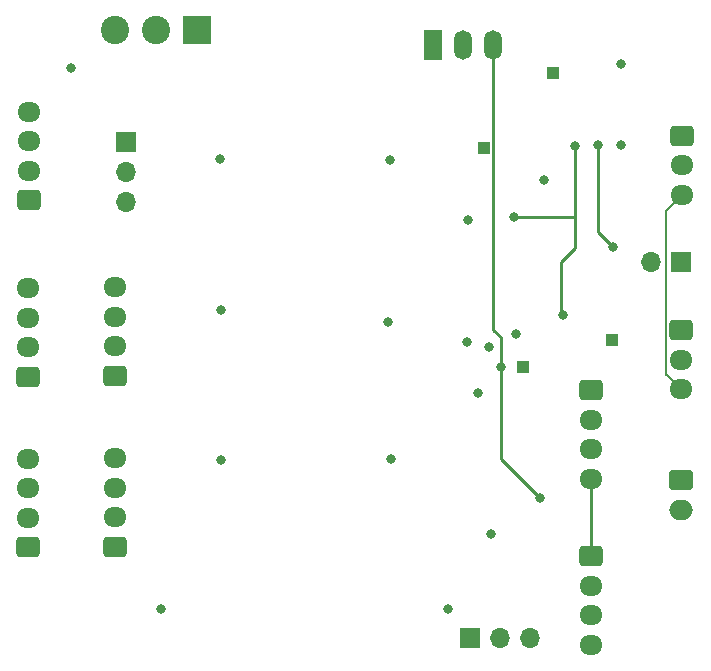
<source format=gbr>
%TF.GenerationSoftware,KiCad,Pcbnew,8.0.2-1*%
%TF.CreationDate,2024-05-20T08:59:52+08:00*%
%TF.ProjectId,amp_controller,616d705f-636f-46e7-9472-6f6c6c65722e,rev?*%
%TF.SameCoordinates,Original*%
%TF.FileFunction,Copper,L4,Bot*%
%TF.FilePolarity,Positive*%
%FSLAX46Y46*%
G04 Gerber Fmt 4.6, Leading zero omitted, Abs format (unit mm)*
G04 Created by KiCad (PCBNEW 8.0.2-1) date 2024-05-20 08:59:52*
%MOMM*%
%LPD*%
G01*
G04 APERTURE LIST*
G04 Aperture macros list*
%AMRoundRect*
0 Rectangle with rounded corners*
0 $1 Rounding radius*
0 $2 $3 $4 $5 $6 $7 $8 $9 X,Y pos of 4 corners*
0 Add a 4 corners polygon primitive as box body*
4,1,4,$2,$3,$4,$5,$6,$7,$8,$9,$2,$3,0*
0 Add four circle primitives for the rounded corners*
1,1,$1+$1,$2,$3*
1,1,$1+$1,$4,$5*
1,1,$1+$1,$6,$7*
1,1,$1+$1,$8,$9*
0 Add four rect primitives between the rounded corners*
20,1,$1+$1,$2,$3,$4,$5,0*
20,1,$1+$1,$4,$5,$6,$7,0*
20,1,$1+$1,$6,$7,$8,$9,0*
20,1,$1+$1,$8,$9,$2,$3,0*%
G04 Aperture macros list end*
%TA.AperFunction,ComponentPad*%
%ADD10R,1.500000X2.500000*%
%TD*%
%TA.AperFunction,ComponentPad*%
%ADD11O,1.500000X2.500000*%
%TD*%
%TA.AperFunction,ComponentPad*%
%ADD12RoundRect,0.250000X-0.725000X0.600000X-0.725000X-0.600000X0.725000X-0.600000X0.725000X0.600000X0*%
%TD*%
%TA.AperFunction,ComponentPad*%
%ADD13O,1.950000X1.700000*%
%TD*%
%TA.AperFunction,ComponentPad*%
%ADD14RoundRect,0.250000X0.725000X-0.600000X0.725000X0.600000X-0.725000X0.600000X-0.725000X-0.600000X0*%
%TD*%
%TA.AperFunction,ComponentPad*%
%ADD15R,1.000000X1.000000*%
%TD*%
%TA.AperFunction,ComponentPad*%
%ADD16R,1.700000X1.700000*%
%TD*%
%TA.AperFunction,ComponentPad*%
%ADD17O,1.700000X1.700000*%
%TD*%
%TA.AperFunction,ComponentPad*%
%ADD18RoundRect,0.250000X-0.750000X0.600000X-0.750000X-0.600000X0.750000X-0.600000X0.750000X0.600000X0*%
%TD*%
%TA.AperFunction,ComponentPad*%
%ADD19O,2.000000X1.700000*%
%TD*%
%TA.AperFunction,ComponentPad*%
%ADD20R,2.400000X2.400000*%
%TD*%
%TA.AperFunction,ComponentPad*%
%ADD21C,2.400000*%
%TD*%
%TA.AperFunction,ViaPad*%
%ADD22C,0.800000*%
%TD*%
%TA.AperFunction,Conductor*%
%ADD23C,0.250000*%
%TD*%
%TA.AperFunction,Conductor*%
%ADD24C,0.200000*%
%TD*%
G04 APERTURE END LIST*
D10*
%TO.P,U2,1,Vin*%
%TO.N,/+18V*%
X143957597Y-70873725D03*
D11*
%TO.P,U2,2,GND*%
%TO.N,GND*%
X146497597Y-70873725D03*
%TO.P,U2,3,Vout*%
%TO.N,+5V*%
X149037597Y-70873725D03*
%TD*%
D12*
%TO.P,FP_LED1,1,Pin_1*%
%TO.N,/DRV*%
X157292597Y-114173725D03*
D13*
%TO.P,FP_LED1,2,Pin_2*%
%TO.N,/R*%
X157292597Y-116673725D03*
%TO.P,FP_LED1,3,Pin_3*%
%TO.N,/G*%
X157292597Y-119173725D03*
%TO.P,FP_LED1,4,Pin_4*%
%TO.N,/B*%
X157292597Y-121673725D03*
%TD*%
D14*
%TO.P,DISPLAY1,1,Pin_1*%
%TO.N,/SCL*%
X109704930Y-84021376D03*
D13*
%TO.P,DISPLAY1,2,Pin_2*%
%TO.N,/SDA*%
X109704930Y-81521376D03*
%TO.P,DISPLAY1,3,Pin_3*%
%TO.N,GND*%
X109704930Y-79021376D03*
%TO.P,DISPLAY1,4,Pin_4*%
%TO.N,/DISP_3V3*%
X109704930Y-76521376D03*
%TD*%
D14*
%TO.P,AMP1,1,Pin_1*%
%TO.N,GND*%
X116987597Y-113358725D03*
D13*
%TO.P,AMP1,2,Pin_2*%
%TO.N,/AMP1_CLIP*%
X116987597Y-110858725D03*
%TO.P,AMP1,3,Pin_3*%
%TO.N,/AMP1_FAULT*%
X116987597Y-108358725D03*
%TO.P,AMP1,4,Pin_4*%
%TO.N,/AMP1_RESET*%
X116987597Y-105858725D03*
%TD*%
D12*
%TO.P,MUSIC_THRU1,1,Pin_1*%
%TO.N,/M+*%
X165031560Y-78573725D03*
D13*
%TO.P,MUSIC_THRU1,2,Pin_2*%
%TO.N,/MG*%
X165031560Y-81073725D03*
%TO.P,MUSIC_THRU1,3,Pin_3*%
%TO.N,/M-*%
X165031560Y-83573725D03*
%TD*%
D15*
%TO.P,TPVR1,1,1*%
%TO.N,/ADC_VREF*%
X148211380Y-79611496D03*
%TD*%
D16*
%TO.P,J1,1,Pin_1*%
%TO.N,Net-(J1-Pin_1)*%
X164917597Y-89288725D03*
D17*
%TO.P,J1,2,Pin_2*%
%TO.N,Net-(J1-Pin_2)*%
X162377597Y-89288725D03*
%TD*%
D15*
%TO.P,TPAG1,1,1*%
%TO.N,AGND*%
X159091346Y-95867811D03*
%TD*%
D18*
%TO.P,TRIGGER1,1,Pin_1*%
%TO.N,Net-(D4-K)*%
X164912597Y-107703725D03*
D19*
%TO.P,TRIGGER1,2,Pin_2*%
%TO.N,Net-(TRIGGER1-Pin_2)*%
X164912597Y-110203725D03*
%TD*%
D14*
%TO.P,AMP4,1,Pin_1*%
%TO.N,GND*%
X109669355Y-98981975D03*
D13*
%TO.P,AMP4,2,Pin_2*%
%TO.N,/AMP4_CLIP*%
X109669355Y-96481975D03*
%TO.P,AMP4,3,Pin_3*%
%TO.N,/AMP4_FAULT*%
X109669355Y-93981975D03*
%TO.P,AMP4,4,Pin_4*%
%TO.N,/AMP4_RESET*%
X109669355Y-91481975D03*
%TD*%
D16*
%TO.P,GPIO16\u002C17,1,Pin_1*%
%TO.N,GND*%
X147064682Y-121049736D03*
D17*
%TO.P,GPIO16\u002C17,2,Pin_2*%
%TO.N,/GPIO17*%
X149604682Y-121049736D03*
%TO.P,GPIO16\u002C17,3,Pin_3*%
%TO.N,/GPIO16*%
X152144682Y-121049736D03*
%TD*%
D15*
%TO.P,TPG1,1,1*%
%TO.N,GND*%
X154063475Y-73240747D03*
%TD*%
D20*
%TO.P,POWER1,1,Pin_1*%
%TO.N,/+18V*%
X123962597Y-69603725D03*
D21*
%TO.P,POWER1,2,Pin_2*%
%TO.N,GND*%
X120462597Y-69603725D03*
%TO.P,POWER1,3,Pin_3*%
%TO.N,/-18V*%
X116962597Y-69603725D03*
%TD*%
D12*
%TO.P,MUSIC_IN1,1,Pin_1*%
%TO.N,/M+*%
X164912597Y-95003725D03*
D13*
%TO.P,MUSIC_IN1,2,Pin_2*%
%TO.N,/MG*%
X164912597Y-97503725D03*
%TO.P,MUSIC_IN1,3,Pin_3*%
%TO.N,/M-*%
X164912597Y-100003725D03*
%TD*%
D14*
%TO.P,AMP3,1,Pin_1*%
%TO.N,GND*%
X117011573Y-98871566D03*
D13*
%TO.P,AMP3,2,Pin_2*%
%TO.N,/AMP3_CLIP*%
X117011573Y-96371566D03*
%TO.P,AMP3,3,Pin_3*%
%TO.N,/AMP3_FAULT*%
X117011573Y-93871566D03*
%TO.P,AMP3,4,Pin_4*%
%TO.N,/AMP3_RESET*%
X117011573Y-91371566D03*
%TD*%
D16*
%TO.P,GPIO3\u002C2\u002CG1,1,Pin_1*%
%TO.N,GND*%
X117922597Y-79128725D03*
D17*
%TO.P,GPIO3\u002C2\u002CG1,2,Pin_2*%
%TO.N,Net-(GPIO3\u002C2\u002CG1-Pin_2)*%
X117922597Y-81668725D03*
%TO.P,GPIO3\u002C2\u002CG1,3,Pin_3*%
%TO.N,Net-(GPIO3\u002C2\u002CG1-Pin_3)*%
X117922597Y-84208725D03*
%TD*%
D14*
%TO.P,AMP2,1,Pin_1*%
%TO.N,GND*%
X109667597Y-113418725D03*
D13*
%TO.P,AMP2,2,Pin_2*%
%TO.N,/AMP2_CLIP*%
X109667597Y-110918725D03*
%TO.P,AMP2,3,Pin_3*%
%TO.N,/AMP2_FAULT*%
X109667597Y-108418725D03*
%TO.P,AMP2,4,Pin_4*%
%TO.N,/AMP2_RESET*%
X109667597Y-105918725D03*
%TD*%
D15*
%TO.P,TP-PEAK1,1,1*%
%TO.N,/PEAK*%
X151577597Y-98178725D03*
%TD*%
D12*
%TO.P,FP_BUTTON1,1,Pin_1*%
%TO.N,GND*%
X157292597Y-100083725D03*
D13*
%TO.P,FP_BUTTON1,2,Pin_2*%
%TO.N,/FP_BUTTON*%
X157292597Y-102583725D03*
%TO.P,FP_BUTTON1,3,Pin_3*%
%TO.N,GND*%
X157292597Y-105083725D03*
%TO.P,FP_BUTTON1,4,Pin_4*%
%TO.N,/DRV*%
X157292597Y-107583725D03*
%TD*%
D22*
%TO.N,GND*%
X113264570Y-72810338D03*
X140395895Y-105944570D03*
X125990370Y-93291069D03*
X140147597Y-94368725D03*
X125941703Y-106041905D03*
X140249893Y-80588900D03*
X120921864Y-118592659D03*
X148816788Y-112255167D03*
X125891346Y-80518505D03*
X147756142Y-100347798D03*
X159879048Y-72449363D03*
X145227597Y-118646739D03*
%TO.N,+5V*%
X153004444Y-109241967D03*
X149672597Y-98178725D03*
%TO.N,+5VA*%
X155977709Y-79397180D03*
X150775633Y-85441217D03*
X154956465Y-93759590D03*
%TO.N,-5VA*%
X159197597Y-88018725D03*
X157909854Y-79381852D03*
%TO.N,AGND*%
X153308062Y-82289452D03*
X150927036Y-95362204D03*
X146783134Y-96003250D03*
X159855886Y-79358957D03*
X146861969Y-85674601D03*
X148654899Y-96444429D03*
%TD*%
D23*
%TO.N,+5V*%
X149037597Y-95003725D02*
X149672597Y-95638725D01*
X149672597Y-95638725D02*
X149672597Y-98178725D01*
X149672597Y-105910120D02*
X153004444Y-109241967D01*
X149037597Y-70873725D02*
X149037597Y-95003725D01*
X149672597Y-98178725D02*
X149672597Y-105910120D01*
D24*
%TO.N,/M-*%
X165031560Y-83573725D02*
X163642597Y-84962688D01*
X163642597Y-98813725D02*
X163722597Y-98813725D01*
X163642597Y-84962688D02*
X163642597Y-98813725D01*
X163722597Y-98813725D02*
X164912597Y-100003725D01*
D23*
%TO.N,+5VA*%
X155963823Y-79313168D02*
X155963823Y-85478725D01*
X155926315Y-85441217D02*
X155963823Y-85478725D01*
X154752597Y-93555722D02*
X154956465Y-93759590D01*
X155963823Y-85478725D02*
X155963823Y-88077499D01*
X155963823Y-88077499D02*
X154752597Y-89288725D01*
X150775633Y-85441217D02*
X155926315Y-85441217D01*
X154752597Y-89288725D02*
X154752597Y-93555722D01*
%TO.N,-5VA*%
X159197597Y-88018725D02*
X157909854Y-86730982D01*
X157909854Y-86730982D02*
X157909854Y-79381852D01*
%TO.N,/DRV*%
X157292597Y-114173725D02*
X157292597Y-107583725D01*
%TD*%
M02*

</source>
